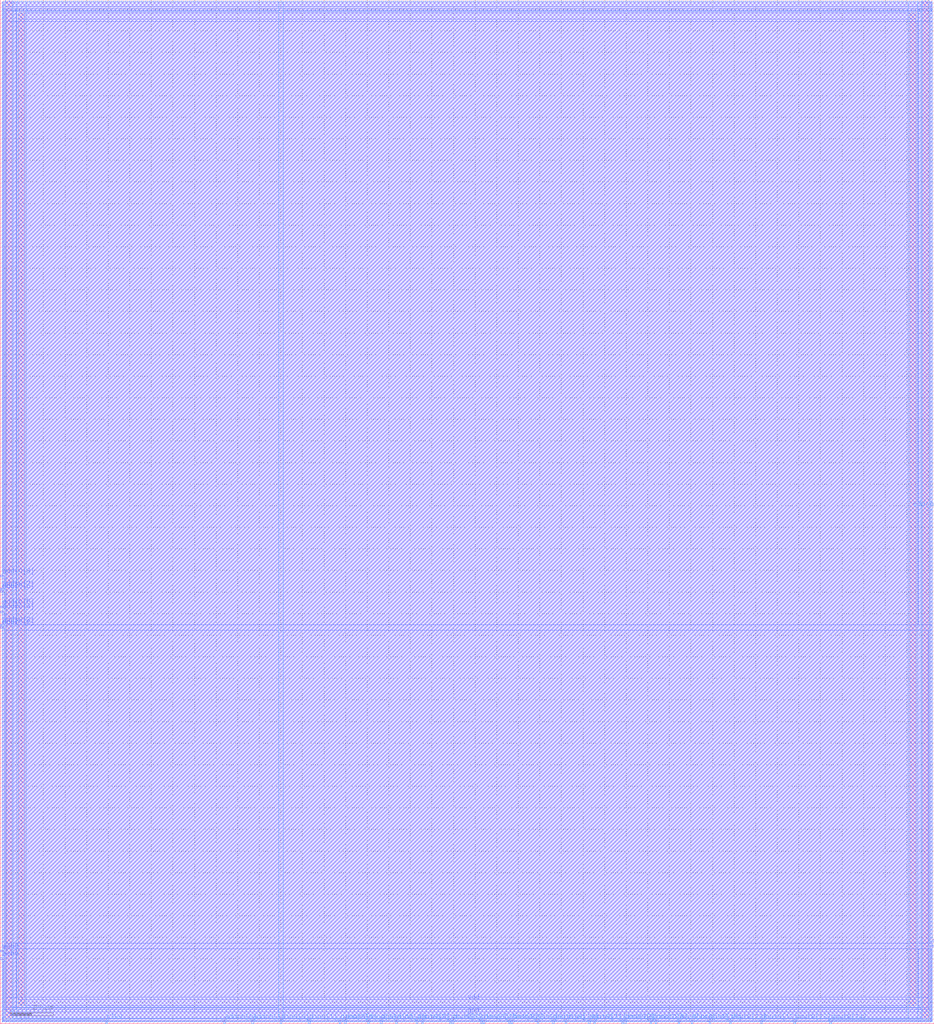
<source format=lef>
VERSION 5.4 ;
NAMESCASESENSITIVE ON ;
BUSBITCHARS "[]" ;
DIVIDERCHAR "/" ;
UNITS
  DATABASE MICRONS 2000 ;
END UNITS
MACRO conv2_rm_sram_16_288_sky130A
   CLASS BLOCK ;
   SIZE 432.71 BY 474.36 ;
   SYMMETRY X Y R90 ;
   PIN din0[0]
      DIRECTION INPUT ;
      PORT
         LAYER m4 ;
         RECT  129.71 0.0 130.45 1.93 ;
      END
   END din0[0]
   PIN din0[1]
      DIRECTION INPUT ;
      PORT
         LAYER m4 ;
         RECT  142.8 0.0 143.54 1.93 ;
      END
   END din0[1]
   PIN din0[2]
      DIRECTION INPUT ;
      PORT
         LAYER m4 ;
         RECT  157.08 0.0 157.82 1.93 ;
      END
   END din0[2]
   PIN din0[3]
      DIRECTION INPUT ;
      PORT
         LAYER m4 ;
         RECT  170.17 0.0 170.91 1.93 ;
      END
   END din0[3]
   PIN din0[4]
      DIRECTION INPUT ;
      PORT
         LAYER m4 ;
         RECT  183.26 0.0 184.0 1.93 ;
      END
   END din0[4]
   PIN din0[5]
      DIRECTION INPUT ;
      PORT
         LAYER m4 ;
         RECT  195.16 0.0 195.9 1.93 ;
      END
   END din0[5]
   PIN din0[6]
      DIRECTION INPUT ;
      PORT
         LAYER m4 ;
         RECT  209.44 0.0 210.18 1.93 ;
      END
   END din0[6]
   PIN din0[7]
      DIRECTION INPUT ;
      PORT
         LAYER m4 ;
         RECT  222.53 0.0 223.27 1.93 ;
      END
   END din0[7]
   PIN din0[8]
      DIRECTION INPUT ;
      PORT
         LAYER m4 ;
         RECT  235.62 0.0 236.36 1.93 ;
      END
   END din0[8]
   PIN din0[9]
      DIRECTION INPUT ;
      PORT
         LAYER m4 ;
         RECT  248.71 0.0 249.45 1.93 ;
      END
   END din0[9]
   PIN din0[10]
      DIRECTION INPUT ;
      PORT
         LAYER m4 ;
         RECT  261.8 0.0 262.54 1.93 ;
      END
   END din0[10]
   PIN din0[11]
      DIRECTION INPUT ;
      PORT
         LAYER m4 ;
         RECT  274.89 0.0 275.63 1.93 ;
      END
   END din0[11]
   PIN din0[12]
      DIRECTION INPUT ;
      PORT
         LAYER m4 ;
         RECT  287.98 0.0 288.72 1.93 ;
      END
   END din0[12]
   PIN din0[13]
      DIRECTION INPUT ;
      PORT
         LAYER m4 ;
         RECT  301.07 0.0 301.81 1.93 ;
      END
   END din0[13]
   PIN din0[14]
      DIRECTION INPUT ;
      PORT
         LAYER m4 ;
         RECT  314.16 0.0 314.9 1.93 ;
      END
   END din0[14]
   PIN din0[15]
      DIRECTION INPUT ;
      PORT
         LAYER m4 ;
         RECT  328.44 0.0 329.18 1.93 ;
      END
   END din0[15]
   PIN addr0[0]
      DIRECTION INPUT ;
      PORT
         LAYER m4 ;
         RECT  103.53 0.0 104.27 1.93 ;
      END
   END addr0[0]
   PIN addr0[1]
      DIRECTION INPUT ;
      PORT
         LAYER m4 ;
         RECT  116.62 0.0 117.36 1.93 ;
      END
   END addr0[1]
   PIN addr0[2]
      DIRECTION INPUT ;
      PORT
         LAYER m3 ;
         RECT  0.0 183.26 1.93 184.0 ;
      END
   END addr0[2]
   PIN addr0[3]
      DIRECTION INPUT ;
      PORT
         LAYER m3 ;
         RECT  0.0 184.45 1.93 185.19 ;
      END
   END addr0[3]
   PIN addr0[4]
      DIRECTION INPUT ;
      PORT
         LAYER m3 ;
         RECT  0.0 190.4 1.93 191.14 ;
      END
   END addr0[4]
   PIN addr0[5]
      DIRECTION INPUT ;
      PORT
         LAYER m3 ;
         RECT  0.0 192.78 1.93 193.52 ;
      END
   END addr0[5]
   PIN addr0[6]
      DIRECTION INPUT ;
      PORT
         LAYER m3 ;
         RECT  0.0 199.92 1.93 200.66 ;
      END
   END addr0[6]
   PIN addr0[7]
      DIRECTION INPUT ;
      PORT
         LAYER m3 ;
         RECT  0.0 201.11 1.93 201.85 ;
      END
   END addr0[7]
   PIN addr0[8]
      DIRECTION INPUT ;
      PORT
         LAYER m3 ;
         RECT  0.0 207.06 1.93 207.8 ;
      END
   END addr0[8]
   PIN csb0
      DIRECTION INPUT ;
      PORT
         LAYER m3 ;
         RECT  0.0 29.75 1.93 30.49 ;
      END
   END csb0
   PIN web0
      DIRECTION INPUT ;
      PORT
         LAYER m3 ;
         RECT  0.0 33.32 1.93 34.06 ;
      END
   END web0
   PIN clk0
      DIRECTION INPUT ;
      PORT
         LAYER m4 ;
         RECT  48.79 0.0 49.53 1.93 ;
      END
   END clk0
   PIN dout0[0]
      DIRECTION OUTPUT ;
      PORT
         LAYER m4 ;
         RECT  159.46 0.0 160.2 1.93 ;
      END
   END dout0[0]
   PIN dout0[1]
      DIRECTION OUTPUT ;
      PORT
         LAYER m4 ;
         RECT  176.12 0.0 176.86 1.93 ;
      END
   END dout0[1]
   PIN dout0[2]
      DIRECTION OUTPUT ;
      PORT
         LAYER m4 ;
         RECT  192.78 0.0 193.52 1.93 ;
      END
   END dout0[2]
   PIN dout0[3]
      DIRECTION OUTPUT ;
      PORT
         LAYER m4 ;
         RECT  208.25 0.0 208.99 1.93 ;
      END
   END dout0[3]
   PIN dout0[4]
      DIRECTION OUTPUT ;
      PORT
         LAYER m4 ;
         RECT  223.72 0.0 224.46 1.93 ;
      END
   END dout0[4]
   PIN dout0[5]
      DIRECTION OUTPUT ;
      PORT
         LAYER m4 ;
         RECT  236.81 0.0 237.55 1.93 ;
      END
   END dout0[5]
   PIN dout0[6]
      DIRECTION OUTPUT ;
      PORT
         LAYER m4 ;
         RECT  255.85 0.0 256.59 1.93 ;
      END
   END dout0[6]
   PIN dout0[7]
      DIRECTION OUTPUT ;
      PORT
         LAYER m4 ;
         RECT  272.51 0.0 273.25 1.93 ;
      END
   END dout0[7]
   PIN dout0[8]
      DIRECTION OUTPUT ;
      PORT
         LAYER m4 ;
         RECT  289.17 0.0 289.91 1.93 ;
      END
   END dout0[8]
   PIN dout0[9]
      DIRECTION OUTPUT ;
      PORT
         LAYER m4 ;
         RECT  303.45 0.0 304.19 1.93 ;
      END
   END dout0[9]
   PIN dout0[10]
      DIRECTION OUTPUT ;
      PORT
         LAYER m4 ;
         RECT  320.11 0.0 320.85 1.93 ;
      END
   END dout0[10]
   PIN dout0[11]
      DIRECTION OUTPUT ;
      PORT
         LAYER m4 ;
         RECT  337.96 0.0 338.7 1.93 ;
      END
   END dout0[11]
   PIN dout0[12]
      DIRECTION OUTPUT ;
      PORT
         LAYER m4 ;
         RECT  352.24 0.0 352.98 1.93 ;
      END
   END dout0[12]
   PIN dout0[13]
      DIRECTION OUTPUT ;
      PORT
         LAYER m4 ;
         RECT  367.71 0.0 368.45 1.93 ;
      END
   END dout0[13]
   PIN dout0[14]
      DIRECTION OUTPUT ;
      PORT
         LAYER m4 ;
         RECT  384.37 0.0 385.11 1.93 ;
      END
   END dout0[14]
   PIN dout0[15]
      DIRECTION OUTPUT ;
      PORT
         LAYER m3 ;
         RECT  430.78 35.7 432.71 36.44 ;
      END
   END dout0[15]
   PIN vdd
      DIRECTION INOUT ;
      USE POWER ; 
      SHAPE ABUTMENT ; 
      PORT
         LAYER m4 ;
         RECT  8.33 8.33 11.45 468.41 ;
         LAYER m3 ;
         RECT  8.33 465.29 424.38 468.41 ;
         LAYER m4 ;
         RECT  421.26 8.33 424.38 468.41 ;
         LAYER m3 ;
         RECT  8.33 8.33 424.38 11.45 ;
      END
   END vdd
   PIN gnd
      DIRECTION INOUT ;
      USE GROUND ; 
      SHAPE ABUTMENT ; 
      PORT
         LAYER m4 ;
         RECT  2.38 2.38 5.5 474.36 ;
         LAYER m4 ;
         RECT  427.21 2.38 430.33 474.36 ;
         LAYER m3 ;
         RECT  2.38 471.24 430.33 474.36 ;
         LAYER m3 ;
         RECT  2.38 2.38 430.33 5.5 ;
      END
   END gnd
   OBS
   LAYER  m1 ;
      RECT  0.91 0.91 431.8 473.45 ;
   LAYER  m2 ;
      RECT  0.91 0.91 431.8 473.45 ;
   LAYER  m3 ;
      RECT  2.83 182.36 431.8 184.9 ;
      RECT  0.91 186.09 2.83 189.5 ;
      RECT  0.91 194.42 2.83 199.02 ;
      RECT  0.91 202.75 2.83 206.16 ;
      RECT  0.91 31.39 2.83 32.42 ;
      RECT  0.91 34.96 2.83 182.36 ;
      RECT  2.83 34.8 429.88 37.34 ;
      RECT  2.83 37.34 429.88 182.36 ;
      RECT  429.88 37.34 431.8 182.36 ;
      RECT  2.83 184.9 7.43 464.39 ;
      RECT  2.83 464.39 7.43 469.31 ;
      RECT  7.43 184.9 425.28 464.39 ;
      RECT  425.28 184.9 431.8 464.39 ;
      RECT  425.28 464.39 431.8 469.31 ;
      RECT  2.83 7.43 7.43 12.35 ;
      RECT  2.83 12.35 7.43 34.8 ;
      RECT  7.43 12.35 425.28 34.8 ;
      RECT  425.28 7.43 429.88 12.35 ;
      RECT  425.28 12.35 429.88 34.8 ;
      RECT  0.91 208.7 1.48 470.34 ;
      RECT  0.91 470.34 1.48 473.45 ;
      RECT  1.48 208.7 2.83 470.34 ;
      RECT  2.83 469.31 7.43 470.34 ;
      RECT  7.43 469.31 425.28 470.34 ;
      RECT  425.28 469.31 431.23 470.34 ;
      RECT  431.23 469.31 431.8 470.34 ;
      RECT  431.23 470.34 431.8 473.45 ;
      RECT  0.91 0.91 1.48 1.48 ;
      RECT  0.91 1.48 1.48 6.4 ;
      RECT  0.91 6.4 1.48 28.85 ;
      RECT  1.48 0.91 2.83 1.48 ;
      RECT  1.48 6.4 2.83 28.85 ;
      RECT  429.88 0.91 431.23 1.48 ;
      RECT  429.88 6.4 431.23 34.8 ;
      RECT  431.23 0.91 431.8 1.48 ;
      RECT  431.23 1.48 431.8 6.4 ;
      RECT  431.23 6.4 431.8 34.8 ;
      RECT  2.83 0.91 7.43 1.48 ;
      RECT  2.83 6.4 7.43 7.43 ;
      RECT  7.43 0.91 425.28 1.48 ;
      RECT  7.43 6.4 425.28 7.43 ;
      RECT  425.28 0.91 429.88 1.48 ;
      RECT  425.28 6.4 429.88 7.43 ;
   LAYER  m4 ;
      RECT  129.11 2.53 131.05 473.45 ;
      RECT  131.05 0.91 142.2 2.53 ;
      RECT  144.14 0.91 156.48 2.53 ;
      RECT  210.78 0.91 221.93 2.53 ;
      RECT  276.23 0.91 287.38 2.53 ;
      RECT  104.87 0.91 116.02 2.53 ;
      RECT  117.96 0.91 129.11 2.53 ;
      RECT  50.13 0.91 102.93 2.53 ;
      RECT  158.42 0.91 158.86 2.53 ;
      RECT  160.8 0.91 169.57 2.53 ;
      RECT  171.51 0.91 175.52 2.53 ;
      RECT  177.46 0.91 182.66 2.53 ;
      RECT  184.6 0.91 192.18 2.53 ;
      RECT  194.12 0.91 194.56 2.53 ;
      RECT  196.5 0.91 207.65 2.53 ;
      RECT  225.06 0.91 235.02 2.53 ;
      RECT  238.15 0.91 248.11 2.53 ;
      RECT  250.05 0.91 255.25 2.53 ;
      RECT  257.19 0.91 261.2 2.53 ;
      RECT  263.14 0.91 271.91 2.53 ;
      RECT  273.85 0.91 274.29 2.53 ;
      RECT  290.51 0.91 300.47 2.53 ;
      RECT  302.41 0.91 302.85 2.53 ;
      RECT  304.79 0.91 313.56 2.53 ;
      RECT  315.5 0.91 319.51 2.53 ;
      RECT  321.45 0.91 327.84 2.53 ;
      RECT  329.78 0.91 337.36 2.53 ;
      RECT  339.3 0.91 351.64 2.53 ;
      RECT  353.58 0.91 367.11 2.53 ;
      RECT  369.05 0.91 383.77 2.53 ;
      RECT  7.73 2.53 12.05 7.73 ;
      RECT  7.73 469.01 12.05 473.45 ;
      RECT  12.05 2.53 129.11 7.73 ;
      RECT  12.05 7.73 129.11 469.01 ;
      RECT  12.05 469.01 129.11 473.45 ;
      RECT  131.05 2.53 420.66 7.73 ;
      RECT  131.05 7.73 420.66 469.01 ;
      RECT  131.05 469.01 420.66 473.45 ;
      RECT  420.66 2.53 424.98 7.73 ;
      RECT  420.66 469.01 424.98 473.45 ;
      RECT  0.91 0.91 1.78 1.78 ;
      RECT  0.91 1.78 1.78 2.53 ;
      RECT  1.78 0.91 6.1 1.78 ;
      RECT  6.1 0.91 48.19 1.78 ;
      RECT  6.1 1.78 48.19 2.53 ;
      RECT  0.91 2.53 1.78 7.73 ;
      RECT  6.1 2.53 7.73 7.73 ;
      RECT  0.91 7.73 1.78 469.01 ;
      RECT  6.1 7.73 7.73 469.01 ;
      RECT  0.91 469.01 1.78 473.45 ;
      RECT  6.1 469.01 7.73 473.45 ;
      RECT  385.71 0.91 426.61 1.78 ;
      RECT  385.71 1.78 426.61 2.53 ;
      RECT  426.61 0.91 430.93 1.78 ;
      RECT  430.93 0.91 431.8 1.78 ;
      RECT  430.93 1.78 431.8 2.53 ;
      RECT  424.98 2.53 426.61 7.73 ;
      RECT  430.93 2.53 431.8 7.73 ;
      RECT  424.98 7.73 426.61 469.01 ;
      RECT  430.93 7.73 431.8 469.01 ;
      RECT  424.98 469.01 426.61 473.45 ;
      RECT  430.93 469.01 431.8 473.45 ;
   END
END    conv2_rm_sram_16_288_sky130A
END    LIBRARY

</source>
